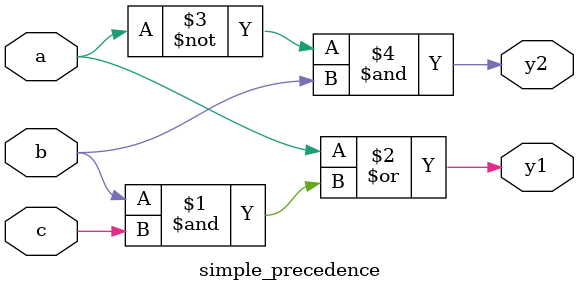
<source format=v>
module simple_precedence(
    a,
    b,
    c,
    y1,
    y2
);
    input a;
    input b;
    input c;
    output y1;
    output y2;

    // & 优先级高于 |
    assign y1 = a | b & c;   // 明确优先级：a | (b & c)
    // ~ 优先级高于 &
    assign y2 = ~a & b;      // 等价于 (~a) & b

endmodule
</source>
